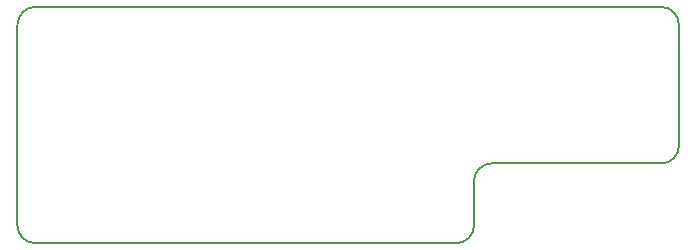
<source format=gm1>
G04 #@! TF.GenerationSoftware,KiCad,Pcbnew,(5.1.9-0-10_14)*
G04 #@! TF.CreationDate,2021-06-22T22:42:15-05:00*
G04 #@! TF.ProjectId,HallEffectXY-Endstop,48616c6c-4566-4666-9563-7458592d456e,A*
G04 #@! TF.SameCoordinates,Original*
G04 #@! TF.FileFunction,Profile,NP*
%FSLAX46Y46*%
G04 Gerber Fmt 4.6, Leading zero omitted, Abs format (unit mm)*
G04 Created by KiCad (PCBNEW (5.1.9-0-10_14)) date 2021-06-22 22:42:15*
%MOMM*%
%LPD*%
G01*
G04 APERTURE LIST*
G04 #@! TA.AperFunction,Profile*
%ADD10C,0.150000*%
G04 #@! TD*
G04 APERTURE END LIST*
D10*
X160650000Y-109500000D02*
X160650000Y-105750000D01*
X178000000Y-102750000D02*
X178000000Y-92500000D01*
X176500000Y-104250000D02*
X162150000Y-104250000D01*
X176500000Y-104250000D02*
G75*
G03*
X178000000Y-102750000I0J1500000D01*
G01*
X159150000Y-111000000D02*
X123500000Y-111000000D01*
X159150000Y-111000000D02*
G75*
G03*
X160650000Y-109500000I0J1500000D01*
G01*
X162150000Y-104250000D02*
G75*
G03*
X160650000Y-105750000I0J-1500000D01*
G01*
X122000000Y-92500000D02*
X122000000Y-95500000D01*
X124500000Y-91000000D02*
X123500000Y-91000000D01*
X178000000Y-92500000D02*
G75*
G03*
X176500000Y-91000000I-1500000J0D01*
G01*
X124500000Y-91000000D02*
X176500000Y-91000000D01*
X122000000Y-109500000D02*
X122000000Y-95500000D01*
X122000000Y-109500000D02*
G75*
G03*
X123500000Y-111000000I1500000J0D01*
G01*
X123500000Y-91000000D02*
G75*
G03*
X122000000Y-92500000I0J-1500000D01*
G01*
M02*

</source>
